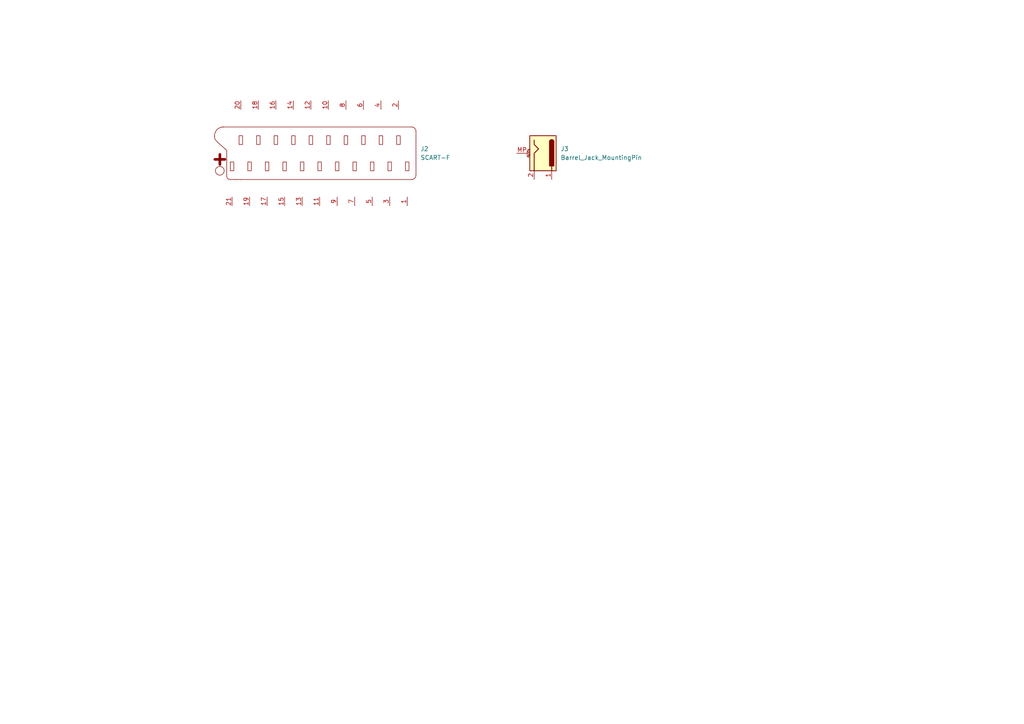
<source format=kicad_sch>
(kicad_sch (version 20230121) (generator eeschema)
  (paper "A4")
  (lib_symbols
    (symbol "Connector:Barrel_Jack_MountingPin" (pin_names hide)
      (property "Reference" "J" (at 0 5.334 0))
      (property "Value" "Barrel_Jack_MountingPin" (at 1.27 -6.35 0))
      (symbol "Barrel_Jack_MountingPin_0_1"
        (rectangle (start -5.08 3.81) (end 5.08 -3.81) (stroke (width 0.254)) (fill (type background)))
        (arc (start -3.302 3.175) (mid -3.9343 2.54) (end -3.302 1.905) (stroke (width 0.254)))
        (arc (start -3.302 3.175) (mid -3.9343 2.54) (end -3.302 1.905) (stroke (width 0.254)) (fill (type outline)))
        (polyline (pts (xy 5.08 2.54) (xy 3.81 2.54)) (stroke (width 0.254)))
        (polyline (pts (xy -3.81 -2.54) (xy -2.54 -2.54) (xy -1.27 -1.27) (xy 0 -2.54) (xy 2.54 -2.54) (xy 5.08 -2.54)) (stroke (width 0.254)))
        (rectangle (start 3.683 3.175) (end -3.302 1.905) (stroke (width 0.254)) (fill (type outline)))
      )
      (symbol "Barrel_Jack_MountingPin_1_1"
        (polyline (pts (xy -1.016 -4.572) (xy 1.016 -4.572)) (stroke (width 0.1524)))
        (text "Mounting" (at 0 -4.191 0) (effects (font (size 0.381 0.381))))
        (pin passive line (at 7.62 2.54 180) (length 2.54) (name "~") (number "1"))
        (pin passive line (at 7.62 -2.54 180) (length 2.54) (name "~") (number "2"))
        (pin passive line (at 0 -7.62 90) (length 3.048) (name "MountPin") (number "MP"))
      )
    )
    (symbol "Connector:SCART-F" (pin_names (offset 0.762) hide)
      (property "Reference" "J" (at 0 31.75 0))
      (property "Value" "SCART-F" (at 1.016 -29.21 0))
      (symbol "SCART-F_0_1"
        (arc (start -7.62 -26.67) (mid -7.248 -27.568) (end -6.35 -27.94))
        (arc (start -6.604 26.9494) (mid -7.3224 26.6518) (end -7.62 25.9334))
        (rectangle (start -5.08 -24.892) (end -2.54 -25.908))
        (rectangle (start -5.08 -19.812) (end -2.54 -20.828))
        (rectangle (start -5.08 -14.732) (end -2.54 -15.748))
        (rectangle (start -5.08 -9.652) (end -2.54 -10.668))
        (rectangle (start -5.08 -4.572) (end -2.54 -5.588))
        (rectangle (start -5.08 0.508) (end -2.54 -0.508))
        (rectangle (start -5.08 5.588) (end -2.54 4.572))
        (rectangle (start -5.08 10.668) (end -2.54 9.652))
        (rectangle (start -5.08 15.748) (end -2.54 14.732))
        (rectangle (start -5.08 20.828) (end -2.54 19.812))
        (rectangle (start -5.08 25.908) (end -2.54 24.892))
        (circle (center -5.08 28.956) (radius 1.27))
        (polyline (pts (xy -7.62 22.86) (xy -7.62 -26.67)))
        (polyline (pts (xy -7.62 22.86) (xy -7.62 24.13)))
        (polyline (pts (xy -7.62 24.6634) (xy -7.62 24.13)))
        (polyline (pts (xy -7.62 24.6634) (xy -7.62 25.9334)))
        (polyline (pts (xy -6.604 26.9494) (xy 0.508 26.9494)))
        (polyline (pts (xy -6.35 -27.94) (xy 6.35 -27.94)))
        (polyline (pts (xy 3.302 29.718) (xy 1.27 27.432)))
        (polyline (pts (xy 4.826 30.48) (xy 5.08 30.48)))
        (polyline (pts (xy 7.62 -26.67) (xy 7.62 28.2194)))
        (arc (start 0.508 26.924) (mid 0.9569 27.0702) (end 1.2192 27.4574))
        (rectangle (start 2.54 -22.352) (end 5.08 -23.368))
        (rectangle (start 2.54 -17.272) (end 5.08 -18.288))
        (rectangle (start 2.54 -12.192) (end 5.08 -13.208))
        (rectangle (start 2.54 -7.112) (end 5.08 -8.128))
        (rectangle (start 2.54 -2.032) (end 5.08 -3.048))
        (rectangle (start 2.54 3.048) (end 5.08 2.032))
        (rectangle (start 2.54 8.128) (end 5.08 7.112))
        (rectangle (start 2.54 13.208) (end 5.08 12.192))
        (rectangle (start 2.54 18.288) (end 5.08 17.272))
        (rectangle (start 2.54 23.368) (end 5.08 22.352))
        (arc (start 4.826 30.48) (mid 3.999 30.2726) (end 3.3782 29.6926))
        (arc (start 6.35 -27.94) (mid 7.248 -27.568) (end 7.62 -26.67))
        (arc (start 7.62 27.94) (mid 6.8761 29.7361) (end 5.08 30.48))
        (text "+" (at -1.778 29.21 0) (effects (font (size 3.81 3.81) bold)))
      )
      (symbol "SCART-F_1_1"
        (pin passive line (at -15.24 -25.4 0) (length 2.54) (name "P1") (number "1"))
        (pin passive line (at 15.24 -2.54 180) (length 2.54) (name "P10") (number "10"))
        (pin passive line (at -15.24 0 0) (length 2.54) (name "P11") (number "11"))
        (pin passive line (at 15.24 2.54 180) (length 2.54) (name "P12") (number "12"))
        (pin passive line (at -15.24 5.08 0) (length 2.54) (name "P13") (number "13"))
        (pin passive line (at 15.24 7.62 180) (length 2.54) (name "P14") (number "14"))
        (pin passive line (at -15.24 10.16 0) (length 2.54) (name "P15") (number "15"))
        (pin passive line (at 15.24 12.7 180) (length 2.54) (name "P16") (number "16"))
        (pin passive line (at -15.24 15.24 0) (length 2.54) (name "P17") (number "17"))
        (pin passive line (at 15.24 17.78 180) (length 2.54) (name "P18") (number "18"))
        (pin passive line (at -15.24 20.32 0) (length 2.54) (name "P19") (number "19"))
        (pin passive line (at 15.24 -22.86 180) (length 2.54) (name "P2") (number "2"))
        (pin passive line (at 15.24 22.86 180) (length 2.54) (name "P20") (number "20"))
        (pin passive line (at -15.24 25.4 0) (length 2.54) (name "P21") (number "21"))
        (pin passive line (at -15.24 -20.32 0) (length 2.54) (name "P3") (number "3"))
        (pin passive line (at 15.24 -17.78 180) (length 2.54) (name "P4") (number "4"))
        (pin passive line (at -15.24 -15.24 0) (length 2.54) (name "P5") (number "5"))
        (pin passive line (at 15.24 -12.7 180) (length 2.54) (name "P6") (number "6"))
        (pin passive line (at -15.24 -10.16 0) (length 2.54) (name "P7") (number "7"))
        (pin passive line (at 15.24 -7.62 180) (length 2.54) (name "P8") (number "8"))
        (pin passive line (at -15.24 -5.08 0) (length 2.54) (name "P9") (number "9"))
      )
    )
  )
  (symbol (lib_id "Connector:SCART-F") (at 92.71 44.45 90) (unit 1)
    (property "Reference" "J2" (at 121.92 43.18 90) (effects (justify right)))
    (property "Value" "SCART-F" (at 121.92 45.72 90) (effects (justify right)))
    (property "Footprint" "Video:SCART" (effects hide))
    (property "Datasheet" " ~" (effects hide))
  )
  (symbol (lib_id "Connector:Barrel_Jack_MountingPin") (at 157.48 44.45 270) (unit 1)
    (property "Reference" "J3" (at 162.56 43.18 90) (effects (justify left)))
    (property "Value" "Barrel_Jack_MountingPin" (at 162.56 45.72 90) (effects (justify left)))
    (property "Footprint" "Connector_BarrelJack:BarrelJack_Horizontal" (effects hide))
  )
)
</source>
